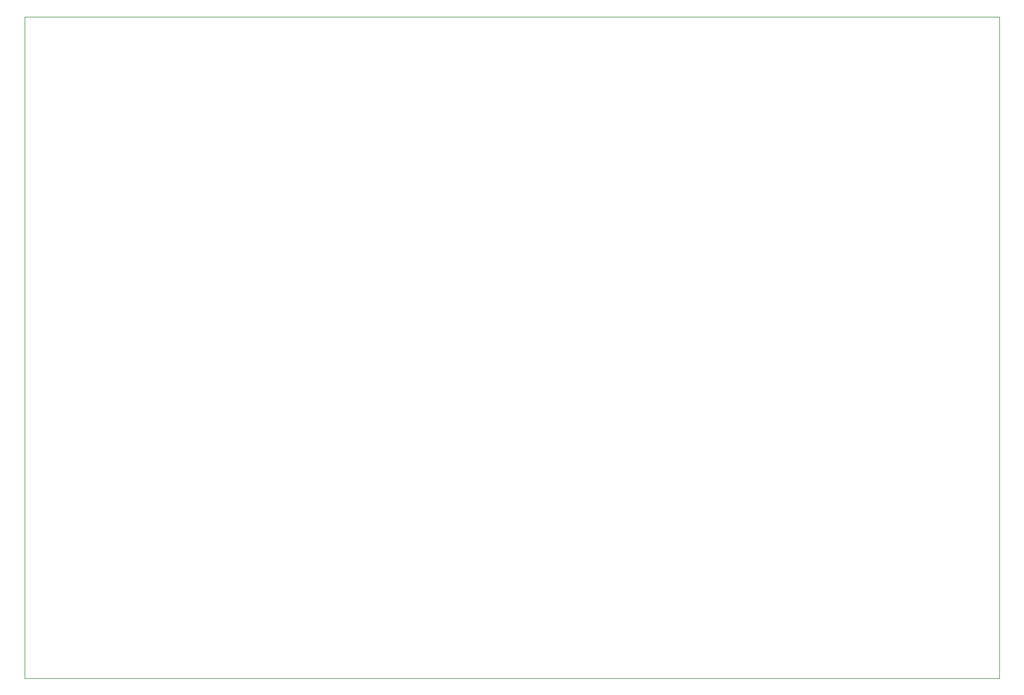
<source format=gbr>
%TF.GenerationSoftware,KiCad,Pcbnew,(5.1.10)-1*%
%TF.CreationDate,2021-09-16T12:46:16+00:00*%
%TF.ProjectId,watermixer,77617465-726d-4697-9865-722e6b696361,v1.0*%
%TF.SameCoordinates,Original*%
%TF.FileFunction,Profile,NP*%
%FSLAX46Y46*%
G04 Gerber Fmt 4.6, Leading zero omitted, Abs format (unit mm)*
G04 Created by KiCad (PCBNEW (5.1.10)-1) date 2021-09-16 12:46:16*
%MOMM*%
%LPD*%
G01*
G04 APERTURE LIST*
%TA.AperFunction,Profile*%
%ADD10C,0.100000*%
%TD*%
G04 APERTURE END LIST*
D10*
X218440000Y-25400000D02*
X218440000Y-125400000D01*
X71120000Y-25400000D02*
X218440000Y-25400000D01*
X71120000Y-125400000D02*
X71120000Y-25400000D01*
X218440000Y-125400000D02*
X71120000Y-125400000D01*
M02*

</source>
